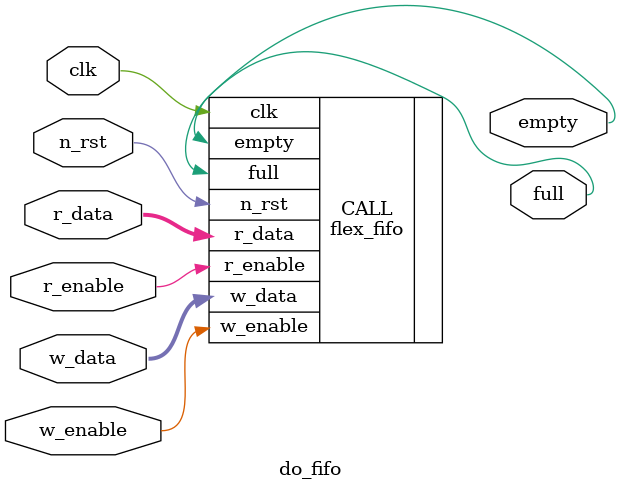
<source format=sv>

module do_fifo (
		  input wire 	   clk,
		  input wire 	   n_rst,
		  input wire 	   r_enable,
		  input wire 	   w_enable,
		  input wire [7:0] w_data,
		  input wire [7:0] r_data,
		  output wire 	   empty,
		  output wire 	   full
		  );

   flex_fifo #(4,79,8) CALL(
		       .clk(clk),
		       .n_rst(n_rst),
		       .r_enable(r_enable),
		       .w_enable(w_enable),
		       .w_data(w_data),
		       .r_data(r_data),
		       .empty(empty),
		       .full(full)
		       );
endmodule // data_fifo

</source>
